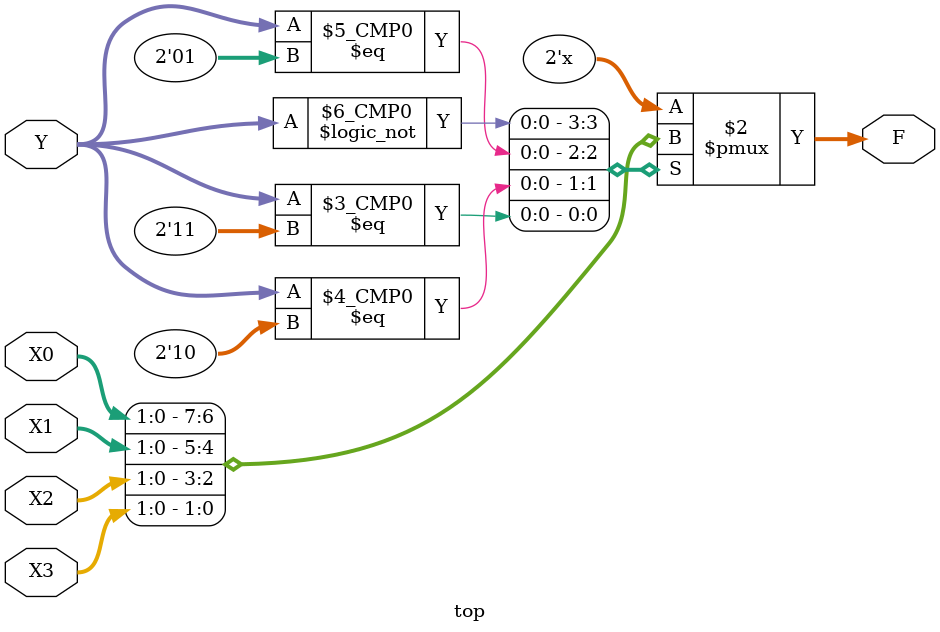
<source format=v>
module top(
input [1:0]X0,X1,X2,X3,
input [1:0]Y,
output reg [1:0] F
);
always@(*)begin
    case(Y)
    2'b00:F=X0;
    2'b01:F=X1;
    2'b10:F=X2;
    2'b11:F=X3;
    default:F=2'b00;
    endcase

end   
endmodule 

</source>
